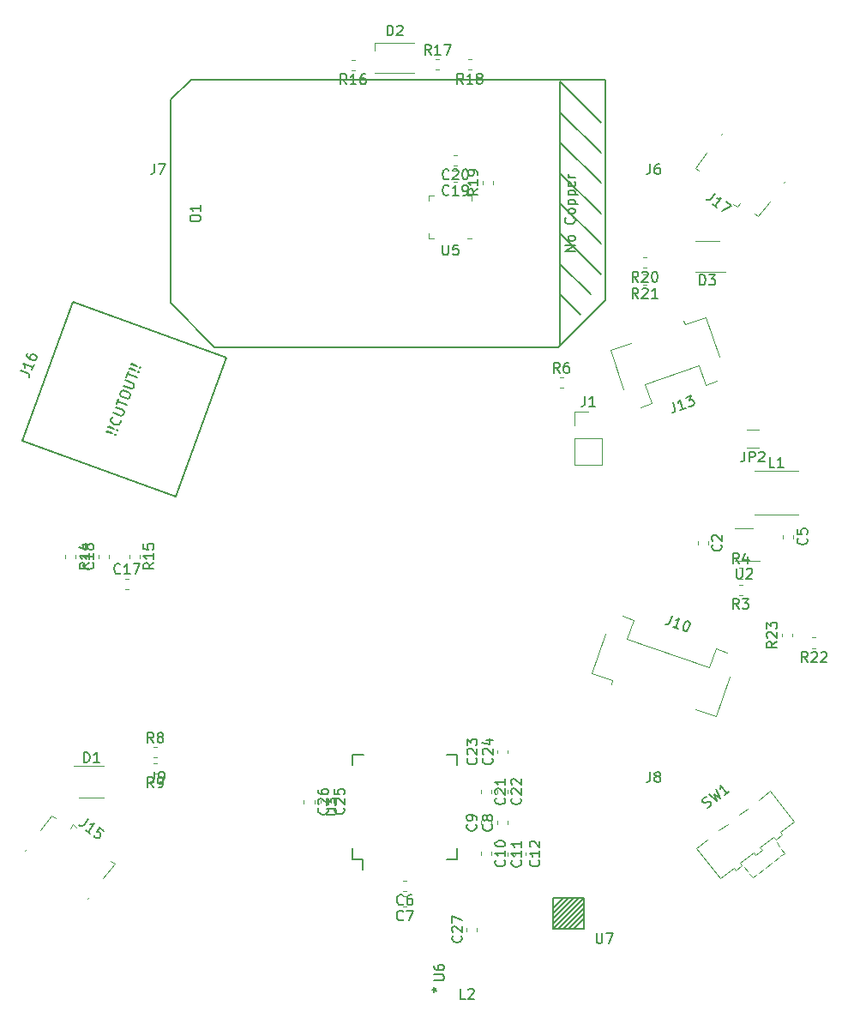
<source format=gbr>
G04 #@! TF.GenerationSoftware,KiCad,Pcbnew,6.0.0-rc1-unknown-3eb3db0~66~ubuntu18.04.1*
G04 #@! TF.CreationDate,2018-08-10T12:26:18-07:00*
G04 #@! TF.ProjectId,main_board_onion,6D61696E5F626F6172645F6F6E696F6E,rev?*
G04 #@! TF.SameCoordinates,Original*
G04 #@! TF.FileFunction,Legend,Top*
G04 #@! TF.FilePolarity,Positive*
%FSLAX46Y46*%
G04 Gerber Fmt 4.6, Leading zero omitted, Abs format (unit mm)*
G04 Created by KiCad (PCBNEW 6.0.0-rc1-unknown-3eb3db0~66~ubuntu18.04.1) date Fri Aug 10 12:26:18 2018*
%MOMM*%
%LPD*%
G01*
G04 APERTURE LIST*
%ADD10C,0.120000*%
%ADD11C,0.150000*%
G04 APERTURE END LIST*
D10*
G04 #@! TO.C,U5*
X152085800Y-63298600D02*
X151610800Y-63298600D01*
X151610800Y-63298600D02*
X151610800Y-62823600D01*
X155355800Y-59078600D02*
X155830800Y-59078600D01*
X155830800Y-59078600D02*
X155830800Y-59553600D01*
X152085800Y-59078600D02*
X151610800Y-59078600D01*
X151610800Y-59078600D02*
X151610800Y-59553600D01*
X155355800Y-63298600D02*
X155830800Y-63298600D01*
D11*
G04 #@! TO.C,J16*
X116442021Y-69591238D02*
X131571073Y-75097762D01*
X111448527Y-83310750D02*
X116442021Y-69591238D01*
X126577579Y-88817274D02*
X111448527Y-83310750D01*
X131571073Y-75097762D02*
X126577579Y-88817274D01*
D10*
G04 #@! TO.C,C2*
X178153600Y-93207621D02*
X178153600Y-93533179D01*
X179173600Y-93207621D02*
X179173600Y-93533179D01*
G04 #@! TO.C,C5*
X187606400Y-92572521D02*
X187606400Y-92898079D01*
X186586400Y-92572521D02*
X186586400Y-92898079D01*
G04 #@! TO.C,C6*
X149387679Y-127725900D02*
X149062121Y-127725900D01*
X149387679Y-126705900D02*
X149062121Y-126705900D01*
G04 #@! TO.C,C7*
X149387779Y-128255200D02*
X149062221Y-128255200D01*
X149387779Y-129275200D02*
X149062221Y-129275200D01*
G04 #@! TO.C,C8*
X159374200Y-121142979D02*
X159374200Y-120817421D01*
X158354200Y-121142979D02*
X158354200Y-120817421D01*
G04 #@! TO.C,C9*
X156779400Y-121142979D02*
X156779400Y-120817421D01*
X157799400Y-121142979D02*
X157799400Y-120817421D01*
G04 #@! TO.C,C10*
X157774000Y-123878121D02*
X157774000Y-124203679D01*
X156754000Y-123878121D02*
X156754000Y-124203679D01*
G04 #@! TO.C,C11*
X158354200Y-123903521D02*
X158354200Y-124229079D01*
X159374200Y-123903521D02*
X159374200Y-124229079D01*
G04 #@! TO.C,C12*
X161177800Y-123890821D02*
X161177800Y-124216379D01*
X160157800Y-123890821D02*
X160157800Y-124216379D01*
G04 #@! TO.C,C17*
X121617421Y-96886300D02*
X121942979Y-96886300D01*
X121617421Y-97906300D02*
X121942979Y-97906300D01*
G04 #@! TO.C,C18*
X119978900Y-94866679D02*
X119978900Y-94541121D01*
X118958900Y-94866679D02*
X118958900Y-94541121D01*
G04 #@! TO.C,C19*
X154366079Y-57675401D02*
X154040521Y-57675401D01*
X154366079Y-56655401D02*
X154040521Y-56655401D01*
G04 #@! TO.C,C20*
X154366079Y-55090600D02*
X154040521Y-55090600D01*
X154366079Y-56110600D02*
X154040521Y-56110600D01*
G04 #@! TO.C,D1*
X119462400Y-115391600D02*
X116512400Y-115391600D01*
X117062400Y-118491600D02*
X119462400Y-118491600D01*
G04 #@! TO.C,D2*
X146284400Y-44766000D02*
X146284400Y-43966000D01*
X146284400Y-43966000D02*
X150184400Y-43966000D01*
X146284400Y-46966000D02*
X150184400Y-46966000D01*
G04 #@! TO.C,D3*
X180313000Y-63516800D02*
X177913000Y-63516800D01*
X177913000Y-66616800D02*
X180863000Y-66616800D01*
G04 #@! TO.C,J1*
X166005200Y-85632600D02*
X168665200Y-85632600D01*
X166005200Y-83032600D02*
X166005200Y-85632600D01*
X168665200Y-83032600D02*
X168665200Y-85632600D01*
X166005200Y-83032600D02*
X168665200Y-83032600D01*
X166005200Y-81762600D02*
X166005200Y-80432600D01*
X166005200Y-80432600D02*
X167335200Y-80432600D01*
G04 #@! TO.C,J10*
X169022389Y-102334175D02*
X167677792Y-106239167D01*
X167677792Y-106239167D02*
X169734295Y-106947278D01*
X169734295Y-106947278D02*
X169604068Y-107325485D01*
X181285765Y-106556794D02*
X179941168Y-110461786D01*
X179941168Y-110461786D02*
X177884665Y-109753675D01*
X170695084Y-100593941D02*
X171787158Y-100969972D01*
X171787158Y-100969972D02*
X171136022Y-102861009D01*
X171136022Y-102861009D02*
X179295847Y-105670663D01*
X179295847Y-105670663D02*
X179946984Y-103779625D01*
X179946984Y-103779625D02*
X181039058Y-104155657D01*
G04 #@! TO.C,J13*
X173611836Y-79592875D02*
X172519762Y-79968907D01*
X172960700Y-77701838D02*
X173611836Y-79592875D01*
X178283969Y-75868890D02*
X172960700Y-77701838D01*
X178935106Y-77759927D02*
X178283969Y-75868890D01*
X180027180Y-77383896D02*
X178935106Y-77759927D01*
X169502470Y-74323681D02*
X171558973Y-73615570D01*
X170847067Y-78228673D02*
X169502470Y-74323681D01*
X176872787Y-71785877D02*
X176742560Y-71407670D01*
X178929290Y-71077766D02*
X176872787Y-71785877D01*
X180273887Y-74982758D02*
X178929290Y-71077766D01*
G04 #@! TO.C,J15*
X114372453Y-120265409D02*
X114729462Y-120539352D01*
X113246244Y-121733113D02*
X114372453Y-120265409D01*
X117882059Y-128504503D02*
X118034249Y-128306165D01*
X111693903Y-123756164D02*
X111846093Y-123557826D01*
X119434400Y-126481452D02*
X120560609Y-125013748D01*
X120560609Y-125013748D02*
X120203600Y-124739806D01*
X116452649Y-121168340D02*
X116809658Y-121442283D01*
X116452649Y-121168340D02*
X116178706Y-121525349D01*
G04 #@! TO.C,J17*
X182036244Y-60189337D02*
X182310187Y-59832328D01*
X182036244Y-60189337D02*
X181679235Y-59915394D01*
X177928284Y-56343929D02*
X178285293Y-56617871D01*
X179054493Y-54876225D02*
X177928284Y-56343929D01*
X186794990Y-57601513D02*
X186642800Y-57799851D01*
X180606834Y-52853174D02*
X180454644Y-53051512D01*
X185242649Y-59624564D02*
X184116440Y-61092268D01*
X184116440Y-61092268D02*
X183759431Y-60818325D01*
G04 #@! TO.C,JP2*
X184193264Y-83990400D02*
X182989136Y-83990400D01*
X184193264Y-82170400D02*
X182989136Y-82170400D01*
G04 #@! TO.C,L1*
X188065400Y-90596800D02*
X183757400Y-90596800D01*
X183757400Y-86288800D02*
X188065400Y-86288800D01*
D11*
G04 #@! TO.C,O1*
X169024000Y-47633000D02*
X169024000Y-69363000D01*
X169024000Y-69363000D02*
X164354000Y-74033000D01*
X164354000Y-74033000D02*
X130424000Y-74033000D01*
X130424000Y-74033000D02*
X126124000Y-69613000D01*
X126124000Y-69613000D02*
X126124000Y-49613000D01*
X126124000Y-49613000D02*
X128104000Y-47633000D01*
X128104000Y-47633000D02*
X169024000Y-47633000D01*
X164574000Y-73833000D02*
X164574000Y-47833000D01*
X164574000Y-47833000D02*
X168574000Y-51833000D01*
X164574000Y-50833000D02*
X168574000Y-54833000D01*
X164574000Y-53833000D02*
X168574000Y-57833000D01*
X164574000Y-56833000D02*
X168574000Y-60833000D01*
X164574000Y-59833000D02*
X168574000Y-63833000D01*
X164574000Y-62833000D02*
X168574000Y-66833000D01*
X164574000Y-66833000D02*
X164574000Y-65833000D01*
X164574000Y-65833000D02*
X167574000Y-68833000D01*
X164574000Y-68833000D02*
X166574000Y-70833000D01*
D10*
G04 #@! TO.C,R3*
X182534779Y-98503200D02*
X182209221Y-98503200D01*
X182534779Y-97483200D02*
X182209221Y-97483200D01*
G04 #@! TO.C,R4*
X182234521Y-96877600D02*
X182560079Y-96877600D01*
X182234521Y-95857600D02*
X182560079Y-95857600D01*
G04 #@! TO.C,R6*
X164530821Y-77036200D02*
X164856379Y-77036200D01*
X164530821Y-78056200D02*
X164856379Y-78056200D01*
G04 #@! TO.C,R8*
X124424221Y-114568700D02*
X124749779Y-114568700D01*
X124424221Y-113548700D02*
X124749779Y-113548700D01*
G04 #@! TO.C,R9*
X124749679Y-116143500D02*
X124424121Y-116143500D01*
X124749679Y-115123500D02*
X124424121Y-115123500D01*
G04 #@! TO.C,R14*
X115695000Y-94528521D02*
X115695000Y-94854079D01*
X116715000Y-94528521D02*
X116715000Y-94854079D01*
G04 #@! TO.C,R15*
X122032300Y-94528321D02*
X122032300Y-94853879D01*
X123052300Y-94528321D02*
X123052300Y-94853879D01*
G04 #@! TO.C,R16*
X144282279Y-45692600D02*
X143956721Y-45692600D01*
X144282279Y-46712600D02*
X143956721Y-46712600D01*
G04 #@! TO.C,R17*
X152288121Y-46661800D02*
X152613679Y-46661800D01*
X152288121Y-45641800D02*
X152613679Y-45641800D01*
G04 #@! TO.C,R18*
X155788479Y-45641800D02*
X155462921Y-45641800D01*
X155788479Y-46661800D02*
X155462921Y-46661800D01*
G04 #@! TO.C,R19*
X156919100Y-57947779D02*
X156919100Y-57622221D01*
X157939100Y-57947779D02*
X157939100Y-57622221D01*
G04 #@! TO.C,R20*
X173085879Y-66219800D02*
X172760321Y-66219800D01*
X173085879Y-65199800D02*
X172760321Y-65199800D01*
G04 #@! TO.C,R21*
X173085879Y-66825400D02*
X172760321Y-66825400D01*
X173085879Y-67845400D02*
X172760321Y-67845400D01*
G04 #@! TO.C,SW1*
X184211284Y-118718592D02*
X185321979Y-117866326D01*
X185321979Y-117866326D02*
X187635272Y-120881069D01*
X180336421Y-126481674D02*
X178023128Y-123466931D01*
X178023128Y-123466931D02*
X179133823Y-122614665D01*
X183100589Y-119570858D02*
X182227901Y-120240496D01*
X182227901Y-120240496D02*
X182227901Y-120240496D01*
X181117206Y-121092762D02*
X180244517Y-121762399D01*
X180244517Y-121762399D02*
X180244517Y-121762399D01*
X187635272Y-120881069D02*
X186286571Y-121915963D01*
X186286571Y-121915963D02*
X186469200Y-122153969D01*
X186469200Y-122153969D02*
X185834517Y-122640978D01*
X185834517Y-122640978D02*
X185651889Y-122402972D01*
X185651889Y-122402972D02*
X184303188Y-123437867D01*
X184303188Y-123437867D02*
X184485816Y-123675873D01*
X184485816Y-123675873D02*
X183851134Y-124162882D01*
X183851134Y-124162882D02*
X183668505Y-123924876D01*
X183668505Y-123924876D02*
X182319805Y-124959770D01*
X182319805Y-124959770D02*
X182502433Y-125197776D01*
X182502433Y-125197776D02*
X181867750Y-125684785D01*
X181867750Y-125684785D02*
X181685122Y-125446779D01*
X181685122Y-125446779D02*
X180336421Y-126481674D01*
X180336421Y-126481674D02*
X180336421Y-126481674D01*
X183555787Y-126406266D02*
X183251406Y-126009589D01*
X183251406Y-126009589D02*
X183251406Y-126009589D01*
X183555787Y-126406266D02*
X183952463Y-126101885D01*
X183952463Y-126101885D02*
X183952463Y-126101885D01*
X186729200Y-123971220D02*
X186332523Y-124275601D01*
X186332523Y-124275601D02*
X186332523Y-124275601D01*
X186729200Y-123971220D02*
X186424819Y-123574543D01*
X186424819Y-123574543D02*
X186424819Y-123574543D01*
X186242191Y-123336537D02*
X185937810Y-122939860D01*
X185937810Y-122939860D02*
X185937810Y-122939860D01*
X183068778Y-125771583D02*
X182764397Y-125374906D01*
X182764397Y-125374906D02*
X182764397Y-125374906D01*
X184190469Y-125919256D02*
X184587146Y-125614876D01*
X184587146Y-125614876D02*
X184587146Y-125614876D01*
X186094517Y-124458229D02*
X185697841Y-124762610D01*
X185697841Y-124762610D02*
X185697841Y-124762610D01*
X185459835Y-124945238D02*
X184825152Y-125432247D01*
X184825152Y-125432247D02*
X184825152Y-125432247D01*
G04 #@! TO.C,U2*
X183627600Y-91912800D02*
X181827600Y-91912800D01*
X181827600Y-95132800D02*
X184277600Y-95132800D01*
D11*
G04 #@! TO.C,U3*
X144050000Y-124605800D02*
X145050000Y-124605800D01*
X144050000Y-114255800D02*
X145125000Y-114255800D01*
X154400000Y-114255800D02*
X153325000Y-114255800D01*
X154400000Y-124605800D02*
X153325000Y-124605800D01*
X144050000Y-124605800D02*
X144050000Y-123530800D01*
X154400000Y-124605800D02*
X154400000Y-123530800D01*
X154400000Y-114255800D02*
X154400000Y-115330800D01*
X144050000Y-114255800D02*
X144050000Y-115330800D01*
X145050000Y-124605800D02*
X145050000Y-125630800D01*
D10*
G04 #@! TO.C,R22*
X189799179Y-103735600D02*
X189473621Y-103735600D01*
X189799179Y-102715600D02*
X189473621Y-102715600D01*
G04 #@! TO.C,R23*
X187454000Y-102626379D02*
X187454000Y-102300821D01*
X186434000Y-102626379D02*
X186434000Y-102300821D01*
G04 #@! TO.C,C21*
X156754200Y-117756721D02*
X156754200Y-118082279D01*
X157774200Y-117756721D02*
X157774200Y-118082279D01*
G04 #@! TO.C,C22*
X159348800Y-117744021D02*
X159348800Y-118069579D01*
X158328800Y-117744021D02*
X158328800Y-118069579D01*
G04 #@! TO.C,C23*
X156830300Y-114145179D02*
X156830300Y-113819621D01*
X157850300Y-114145179D02*
X157850300Y-113819621D01*
G04 #@! TO.C,C24*
X159399700Y-114145379D02*
X159399700Y-113819821D01*
X158379700Y-114145379D02*
X158379700Y-113819821D01*
G04 #@! TO.C,C25*
X141899000Y-118721921D02*
X141899000Y-119047479D01*
X140879000Y-118721921D02*
X140879000Y-119047479D01*
G04 #@! TO.C,C26*
X139266100Y-118734621D02*
X139266100Y-119060179D01*
X140286100Y-118734621D02*
X140286100Y-119060179D01*
G04 #@! TO.C,C27*
X155344400Y-131683979D02*
X155344400Y-131358421D01*
X156364400Y-131683979D02*
X156364400Y-131358421D01*
D11*
G04 #@! TO.C,U7*
X165904800Y-131446400D02*
X166904800Y-130446400D01*
X165404800Y-131446400D02*
X165904800Y-131446400D01*
X166904800Y-129946400D02*
X165404800Y-131446400D01*
X166904800Y-129446400D02*
X166904800Y-129946400D01*
X164904800Y-131446400D02*
X166904800Y-129446400D01*
X164404800Y-131446400D02*
X164904800Y-131446400D01*
X166904800Y-128946400D02*
X164404800Y-131446400D01*
X163904800Y-129446400D02*
X164904800Y-128446400D01*
X163904800Y-129946400D02*
X163904800Y-129446400D01*
X165404800Y-128446400D02*
X163904800Y-129946400D01*
X165904800Y-128446400D02*
X165404800Y-128446400D01*
X163904800Y-130446400D02*
X165904800Y-128446400D01*
X163904800Y-130946400D02*
X163904800Y-130446400D01*
X166404800Y-128446400D02*
X163904800Y-130946400D01*
X166904800Y-128446400D02*
X166404800Y-128446400D01*
X163904800Y-131446400D02*
X166904800Y-128446400D01*
X163904800Y-131446400D02*
X163904800Y-128446400D01*
X166904800Y-131446400D02*
X163904800Y-131446400D01*
X166904800Y-128446400D02*
X166904800Y-131446400D01*
X163904800Y-128446400D02*
X166904800Y-128446400D01*
G04 #@! TO.C,U5*
X152958895Y-63940980D02*
X152958895Y-64750504D01*
X153006514Y-64845742D01*
X153054133Y-64893361D01*
X153149371Y-64940980D01*
X153339847Y-64940980D01*
X153435085Y-64893361D01*
X153482704Y-64845742D01*
X153530323Y-64750504D01*
X153530323Y-63940980D01*
X154482704Y-63940980D02*
X154006514Y-63940980D01*
X153958895Y-64417171D01*
X154006514Y-64369552D01*
X154101752Y-64321933D01*
X154339847Y-64321933D01*
X154435085Y-64369552D01*
X154482704Y-64417171D01*
X154530323Y-64512409D01*
X154530323Y-64750504D01*
X154482704Y-64845742D01*
X154435085Y-64893361D01*
X154339847Y-64940980D01*
X154101752Y-64940980D01*
X154006514Y-64893361D01*
X153958895Y-64845742D01*
G04 #@! TO.C,J16*
X111321406Y-76357461D02*
X111992615Y-76601761D01*
X112110571Y-76695369D01*
X112167492Y-76817437D01*
X112163379Y-76967965D01*
X112130806Y-77057460D01*
X112603119Y-75759789D02*
X112407679Y-76296756D01*
X112505399Y-76028272D02*
X111565707Y-75686252D01*
X111667375Y-75824607D01*
X111724296Y-75946675D01*
X111736470Y-76052456D01*
X111956587Y-74612318D02*
X111891440Y-74791307D01*
X111903614Y-74897088D01*
X111932075Y-74958122D01*
X112033743Y-75096477D01*
X112196445Y-75206371D01*
X112554424Y-75336664D01*
X112660205Y-75324490D01*
X112721239Y-75296029D01*
X112798559Y-75222822D01*
X112863706Y-75043833D01*
X112851532Y-74938051D01*
X112823071Y-74877017D01*
X112749864Y-74799697D01*
X112526127Y-74718263D01*
X112420346Y-74730437D01*
X112359312Y-74758898D01*
X112281992Y-74832106D01*
X112216845Y-75011095D01*
X112229019Y-75116876D01*
X112257479Y-75177910D01*
X112330687Y-75255231D01*
X120632047Y-82660077D02*
X120693081Y-82631616D01*
X120721541Y-82692650D01*
X120660507Y-82721111D01*
X120632047Y-82660077D01*
X120721541Y-82692650D01*
X120363563Y-82562357D02*
X119810309Y-82411664D01*
X119781849Y-82350630D01*
X119842883Y-82322170D01*
X120363563Y-82562357D01*
X119781849Y-82350630D01*
X120794914Y-82212604D02*
X120855948Y-82184144D01*
X120884408Y-82245178D01*
X120823374Y-82273638D01*
X120794914Y-82212604D01*
X120884408Y-82245178D01*
X120526430Y-82114884D02*
X119973176Y-81964191D01*
X119944715Y-81903158D01*
X120005749Y-81874697D01*
X120526430Y-82114884D01*
X119944715Y-81903158D01*
X121153220Y-81228164D02*
X121181681Y-81289198D01*
X121177568Y-81439727D01*
X121144995Y-81529221D01*
X121051388Y-81647177D01*
X120929320Y-81704098D01*
X120823538Y-81716272D01*
X120628263Y-81695872D01*
X120494021Y-81647012D01*
X120331319Y-81537118D01*
X120258111Y-81459798D01*
X120201190Y-81337730D01*
X120205302Y-81187201D01*
X120237876Y-81097707D01*
X120331483Y-80979752D01*
X120392517Y-80951291D01*
X120449602Y-80515992D02*
X121210306Y-80792866D01*
X121316087Y-80780692D01*
X121377121Y-80752231D01*
X121454442Y-80679023D01*
X121519588Y-80500034D01*
X121507414Y-80394253D01*
X121478954Y-80333219D01*
X121405746Y-80255898D01*
X120645042Y-79979025D01*
X120759049Y-79665794D02*
X120954489Y-79128827D01*
X121796462Y-79739331D02*
X120856769Y-79397311D01*
X121133643Y-78636607D02*
X121198789Y-78457618D01*
X121276110Y-78384410D01*
X121398178Y-78327489D01*
X121593454Y-78347888D01*
X121906684Y-78461895D01*
X122069387Y-78571789D01*
X122126308Y-78693857D01*
X122138482Y-78799638D01*
X122073335Y-78978627D01*
X121996015Y-79051835D01*
X121873947Y-79108756D01*
X121678671Y-79088357D01*
X121365440Y-78974350D01*
X121202738Y-78864456D01*
X121145817Y-78742388D01*
X121133643Y-78636607D01*
X121426803Y-77831156D02*
X122187506Y-78108030D01*
X122293288Y-78095856D01*
X122354321Y-78067395D01*
X122431642Y-77994187D01*
X122496789Y-77815198D01*
X122484615Y-77709417D01*
X122456154Y-77648383D01*
X122382946Y-77571062D01*
X121622243Y-77294189D01*
X121736250Y-76980958D02*
X121931690Y-76443991D01*
X122773662Y-77054495D02*
X121833970Y-76712474D01*
X122895894Y-76440207D02*
X122956928Y-76411746D01*
X122985389Y-76472780D01*
X122924355Y-76501241D01*
X122895894Y-76440207D01*
X122985389Y-76472780D01*
X122627411Y-76342487D02*
X122074157Y-76191794D01*
X122045696Y-76130760D01*
X122106730Y-76102299D01*
X122627411Y-76342487D01*
X122045696Y-76130760D01*
X123058761Y-75992734D02*
X123119795Y-75964274D01*
X123148256Y-76025307D01*
X123087222Y-76053768D01*
X123058761Y-75992734D01*
X123148256Y-76025307D01*
X122790278Y-75895014D02*
X122237024Y-75744321D01*
X122208563Y-75683287D01*
X122269597Y-75654827D01*
X122790278Y-75895014D01*
X122208563Y-75683287D01*
X120632047Y-82660077D02*
X120693081Y-82631616D01*
X120721541Y-82692650D01*
X120660507Y-82721111D01*
X120632047Y-82660077D01*
X120721541Y-82692650D01*
X120363563Y-82562357D02*
X119810309Y-82411664D01*
X119781849Y-82350630D01*
X119842883Y-82322170D01*
X120363563Y-82562357D01*
X119781849Y-82350630D01*
X120794914Y-82212604D02*
X120855948Y-82184144D01*
X120884408Y-82245178D01*
X120823374Y-82273638D01*
X120794914Y-82212604D01*
X120884408Y-82245178D01*
X120526430Y-82114884D02*
X119973176Y-81964191D01*
X119944715Y-81903158D01*
X120005749Y-81874697D01*
X120526430Y-82114884D01*
X119944715Y-81903158D01*
X121153220Y-81228164D02*
X121181681Y-81289198D01*
X121177568Y-81439727D01*
X121144995Y-81529221D01*
X121051388Y-81647177D01*
X120929320Y-81704098D01*
X120823538Y-81716272D01*
X120628263Y-81695872D01*
X120494021Y-81647012D01*
X120331319Y-81537118D01*
X120258111Y-81459798D01*
X120201190Y-81337730D01*
X120205302Y-81187201D01*
X120237876Y-81097707D01*
X120331483Y-80979752D01*
X120392517Y-80951291D01*
X120449602Y-80515992D02*
X121210306Y-80792866D01*
X121316087Y-80780692D01*
X121377121Y-80752231D01*
X121454442Y-80679023D01*
X121519588Y-80500034D01*
X121507414Y-80394253D01*
X121478954Y-80333219D01*
X121405746Y-80255898D01*
X120645042Y-79979025D01*
X120759049Y-79665794D02*
X120954489Y-79128827D01*
X121796462Y-79739331D02*
X120856769Y-79397311D01*
X121133643Y-78636607D02*
X121198789Y-78457618D01*
X121276110Y-78384410D01*
X121398178Y-78327489D01*
X121593454Y-78347888D01*
X121906684Y-78461895D01*
X122069387Y-78571789D01*
X122126308Y-78693857D01*
X122138482Y-78799638D01*
X122073335Y-78978627D01*
X121996015Y-79051835D01*
X121873947Y-79108756D01*
X121678671Y-79088357D01*
X121365440Y-78974350D01*
X121202738Y-78864456D01*
X121145817Y-78742388D01*
X121133643Y-78636607D01*
X121426803Y-77831156D02*
X122187506Y-78108030D01*
X122293288Y-78095856D01*
X122354321Y-78067395D01*
X122431642Y-77994187D01*
X122496789Y-77815198D01*
X122484615Y-77709417D01*
X122456154Y-77648383D01*
X122382946Y-77571062D01*
X121622243Y-77294189D01*
X121736250Y-76980958D02*
X121931690Y-76443991D01*
X122773662Y-77054495D02*
X121833970Y-76712474D01*
X122895894Y-76440207D02*
X122956928Y-76411746D01*
X122985389Y-76472780D01*
X122924355Y-76501241D01*
X122895894Y-76440207D01*
X122985389Y-76472780D01*
X122627411Y-76342487D02*
X122074157Y-76191794D01*
X122045696Y-76130760D01*
X122106730Y-76102299D01*
X122627411Y-76342487D01*
X122045696Y-76130760D01*
X123058761Y-75992734D02*
X123119795Y-75964274D01*
X123148256Y-76025307D01*
X123087222Y-76053768D01*
X123058761Y-75992734D01*
X123148256Y-76025307D01*
X122790278Y-75895014D02*
X122237024Y-75744321D01*
X122208563Y-75683287D01*
X122269597Y-75654827D01*
X122790278Y-75895014D01*
X122208563Y-75683287D01*
G04 #@! TO.C,C2*
X180450742Y-93537066D02*
X180498361Y-93584685D01*
X180545980Y-93727542D01*
X180545980Y-93822780D01*
X180498361Y-93965638D01*
X180403123Y-94060876D01*
X180307885Y-94108495D01*
X180117409Y-94156114D01*
X179974552Y-94156114D01*
X179784076Y-94108495D01*
X179688838Y-94060876D01*
X179593600Y-93965638D01*
X179545980Y-93822780D01*
X179545980Y-93727542D01*
X179593600Y-93584685D01*
X179641219Y-93537066D01*
X179641219Y-93156114D02*
X179593600Y-93108495D01*
X179545980Y-93013257D01*
X179545980Y-92775161D01*
X179593600Y-92679923D01*
X179641219Y-92632304D01*
X179736457Y-92584685D01*
X179831695Y-92584685D01*
X179974552Y-92632304D01*
X180545980Y-93203733D01*
X180545980Y-92584685D01*
G04 #@! TO.C,C5*
X188883542Y-92901966D02*
X188931161Y-92949585D01*
X188978780Y-93092442D01*
X188978780Y-93187680D01*
X188931161Y-93330538D01*
X188835923Y-93425776D01*
X188740685Y-93473395D01*
X188550209Y-93521014D01*
X188407352Y-93521014D01*
X188216876Y-93473395D01*
X188121638Y-93425776D01*
X188026400Y-93330538D01*
X187978780Y-93187680D01*
X187978780Y-93092442D01*
X188026400Y-92949585D01*
X188074019Y-92901966D01*
X187978780Y-91997204D02*
X187978780Y-92473395D01*
X188454971Y-92521014D01*
X188407352Y-92473395D01*
X188359733Y-92378157D01*
X188359733Y-92140061D01*
X188407352Y-92044823D01*
X188454971Y-91997204D01*
X188550209Y-91949585D01*
X188788304Y-91949585D01*
X188883542Y-91997204D01*
X188931161Y-92044823D01*
X188978780Y-92140061D01*
X188978780Y-92378157D01*
X188931161Y-92473395D01*
X188883542Y-92521014D01*
G04 #@! TO.C,C6*
X149058233Y-129003042D02*
X149010614Y-129050661D01*
X148867757Y-129098280D01*
X148772519Y-129098280D01*
X148629661Y-129050661D01*
X148534423Y-128955423D01*
X148486804Y-128860185D01*
X148439185Y-128669709D01*
X148439185Y-128526852D01*
X148486804Y-128336376D01*
X148534423Y-128241138D01*
X148629661Y-128145900D01*
X148772519Y-128098280D01*
X148867757Y-128098280D01*
X149010614Y-128145900D01*
X149058233Y-128193519D01*
X149915376Y-128098280D02*
X149724900Y-128098280D01*
X149629661Y-128145900D01*
X149582042Y-128193519D01*
X149486804Y-128336376D01*
X149439185Y-128526852D01*
X149439185Y-128907804D01*
X149486804Y-129003042D01*
X149534423Y-129050661D01*
X149629661Y-129098280D01*
X149820138Y-129098280D01*
X149915376Y-129050661D01*
X149962995Y-129003042D01*
X150010614Y-128907804D01*
X150010614Y-128669709D01*
X149962995Y-128574471D01*
X149915376Y-128526852D01*
X149820138Y-128479233D01*
X149629661Y-128479233D01*
X149534423Y-128526852D01*
X149486804Y-128574471D01*
X149439185Y-128669709D01*
G04 #@! TO.C,C7*
X149058333Y-130552342D02*
X149010714Y-130599961D01*
X148867857Y-130647580D01*
X148772619Y-130647580D01*
X148629761Y-130599961D01*
X148534523Y-130504723D01*
X148486904Y-130409485D01*
X148439285Y-130219009D01*
X148439285Y-130076152D01*
X148486904Y-129885676D01*
X148534523Y-129790438D01*
X148629761Y-129695200D01*
X148772619Y-129647580D01*
X148867857Y-129647580D01*
X149010714Y-129695200D01*
X149058333Y-129742819D01*
X149391666Y-129647580D02*
X150058333Y-129647580D01*
X149629761Y-130647580D01*
G04 #@! TO.C,C8*
X157791342Y-121146866D02*
X157838961Y-121194485D01*
X157886580Y-121337342D01*
X157886580Y-121432580D01*
X157838961Y-121575438D01*
X157743723Y-121670676D01*
X157648485Y-121718295D01*
X157458009Y-121765914D01*
X157315152Y-121765914D01*
X157124676Y-121718295D01*
X157029438Y-121670676D01*
X156934200Y-121575438D01*
X156886580Y-121432580D01*
X156886580Y-121337342D01*
X156934200Y-121194485D01*
X156981819Y-121146866D01*
X157315152Y-120575438D02*
X157267533Y-120670676D01*
X157219914Y-120718295D01*
X157124676Y-120765914D01*
X157077057Y-120765914D01*
X156981819Y-120718295D01*
X156934200Y-120670676D01*
X156886580Y-120575438D01*
X156886580Y-120384961D01*
X156934200Y-120289723D01*
X156981819Y-120242104D01*
X157077057Y-120194485D01*
X157124676Y-120194485D01*
X157219914Y-120242104D01*
X157267533Y-120289723D01*
X157315152Y-120384961D01*
X157315152Y-120575438D01*
X157362771Y-120670676D01*
X157410390Y-120718295D01*
X157505628Y-120765914D01*
X157696104Y-120765914D01*
X157791342Y-120718295D01*
X157838961Y-120670676D01*
X157886580Y-120575438D01*
X157886580Y-120384961D01*
X157838961Y-120289723D01*
X157791342Y-120242104D01*
X157696104Y-120194485D01*
X157505628Y-120194485D01*
X157410390Y-120242104D01*
X157362771Y-120289723D01*
X157315152Y-120384961D01*
G04 #@! TO.C,C9*
X156216542Y-121146866D02*
X156264161Y-121194485D01*
X156311780Y-121337342D01*
X156311780Y-121432580D01*
X156264161Y-121575438D01*
X156168923Y-121670676D01*
X156073685Y-121718295D01*
X155883209Y-121765914D01*
X155740352Y-121765914D01*
X155549876Y-121718295D01*
X155454638Y-121670676D01*
X155359400Y-121575438D01*
X155311780Y-121432580D01*
X155311780Y-121337342D01*
X155359400Y-121194485D01*
X155407019Y-121146866D01*
X156311780Y-120670676D02*
X156311780Y-120480200D01*
X156264161Y-120384961D01*
X156216542Y-120337342D01*
X156073685Y-120242104D01*
X155883209Y-120194485D01*
X155502257Y-120194485D01*
X155407019Y-120242104D01*
X155359400Y-120289723D01*
X155311780Y-120384961D01*
X155311780Y-120575438D01*
X155359400Y-120670676D01*
X155407019Y-120718295D01*
X155502257Y-120765914D01*
X155740352Y-120765914D01*
X155835590Y-120718295D01*
X155883209Y-120670676D01*
X155930828Y-120575438D01*
X155930828Y-120384961D01*
X155883209Y-120289723D01*
X155835590Y-120242104D01*
X155740352Y-120194485D01*
G04 #@! TO.C,C10*
X159051142Y-124683757D02*
X159098761Y-124731376D01*
X159146380Y-124874233D01*
X159146380Y-124969471D01*
X159098761Y-125112328D01*
X159003523Y-125207566D01*
X158908285Y-125255185D01*
X158717809Y-125302804D01*
X158574952Y-125302804D01*
X158384476Y-125255185D01*
X158289238Y-125207566D01*
X158194000Y-125112328D01*
X158146380Y-124969471D01*
X158146380Y-124874233D01*
X158194000Y-124731376D01*
X158241619Y-124683757D01*
X159146380Y-123731376D02*
X159146380Y-124302804D01*
X159146380Y-124017090D02*
X158146380Y-124017090D01*
X158289238Y-124112328D01*
X158384476Y-124207566D01*
X158432095Y-124302804D01*
X158146380Y-123112328D02*
X158146380Y-123017090D01*
X158194000Y-122921852D01*
X158241619Y-122874233D01*
X158336857Y-122826614D01*
X158527333Y-122778995D01*
X158765428Y-122778995D01*
X158955904Y-122826614D01*
X159051142Y-122874233D01*
X159098761Y-122921852D01*
X159146380Y-123017090D01*
X159146380Y-123112328D01*
X159098761Y-123207566D01*
X159051142Y-123255185D01*
X158955904Y-123302804D01*
X158765428Y-123350423D01*
X158527333Y-123350423D01*
X158336857Y-123302804D01*
X158241619Y-123255185D01*
X158194000Y-123207566D01*
X158146380Y-123112328D01*
G04 #@! TO.C,C11*
X160651342Y-124709157D02*
X160698961Y-124756776D01*
X160746580Y-124899633D01*
X160746580Y-124994871D01*
X160698961Y-125137728D01*
X160603723Y-125232966D01*
X160508485Y-125280585D01*
X160318009Y-125328204D01*
X160175152Y-125328204D01*
X159984676Y-125280585D01*
X159889438Y-125232966D01*
X159794200Y-125137728D01*
X159746580Y-124994871D01*
X159746580Y-124899633D01*
X159794200Y-124756776D01*
X159841819Y-124709157D01*
X160746580Y-123756776D02*
X160746580Y-124328204D01*
X160746580Y-124042490D02*
X159746580Y-124042490D01*
X159889438Y-124137728D01*
X159984676Y-124232966D01*
X160032295Y-124328204D01*
X160746580Y-122804395D02*
X160746580Y-123375823D01*
X160746580Y-123090109D02*
X159746580Y-123090109D01*
X159889438Y-123185347D01*
X159984676Y-123280585D01*
X160032295Y-123375823D01*
G04 #@! TO.C,C12*
X162454942Y-124696457D02*
X162502561Y-124744076D01*
X162550180Y-124886933D01*
X162550180Y-124982171D01*
X162502561Y-125125028D01*
X162407323Y-125220266D01*
X162312085Y-125267885D01*
X162121609Y-125315504D01*
X161978752Y-125315504D01*
X161788276Y-125267885D01*
X161693038Y-125220266D01*
X161597800Y-125125028D01*
X161550180Y-124982171D01*
X161550180Y-124886933D01*
X161597800Y-124744076D01*
X161645419Y-124696457D01*
X162550180Y-123744076D02*
X162550180Y-124315504D01*
X162550180Y-124029790D02*
X161550180Y-124029790D01*
X161693038Y-124125028D01*
X161788276Y-124220266D01*
X161835895Y-124315504D01*
X161645419Y-123363123D02*
X161597800Y-123315504D01*
X161550180Y-123220266D01*
X161550180Y-122982171D01*
X161597800Y-122886933D01*
X161645419Y-122839314D01*
X161740657Y-122791695D01*
X161835895Y-122791695D01*
X161978752Y-122839314D01*
X162550180Y-123410742D01*
X162550180Y-122791695D01*
G04 #@! TO.C,C17*
X121137342Y-96323442D02*
X121089723Y-96371061D01*
X120946866Y-96418680D01*
X120851628Y-96418680D01*
X120708771Y-96371061D01*
X120613533Y-96275823D01*
X120565914Y-96180585D01*
X120518295Y-95990109D01*
X120518295Y-95847252D01*
X120565914Y-95656776D01*
X120613533Y-95561538D01*
X120708771Y-95466300D01*
X120851628Y-95418680D01*
X120946866Y-95418680D01*
X121089723Y-95466300D01*
X121137342Y-95513919D01*
X122089723Y-96418680D02*
X121518295Y-96418680D01*
X121804009Y-96418680D02*
X121804009Y-95418680D01*
X121708771Y-95561538D01*
X121613533Y-95656776D01*
X121518295Y-95704395D01*
X122423057Y-95418680D02*
X123089723Y-95418680D01*
X122661152Y-96418680D01*
G04 #@! TO.C,C18*
X118396042Y-95346757D02*
X118443661Y-95394376D01*
X118491280Y-95537233D01*
X118491280Y-95632471D01*
X118443661Y-95775328D01*
X118348423Y-95870566D01*
X118253185Y-95918185D01*
X118062709Y-95965804D01*
X117919852Y-95965804D01*
X117729376Y-95918185D01*
X117634138Y-95870566D01*
X117538900Y-95775328D01*
X117491280Y-95632471D01*
X117491280Y-95537233D01*
X117538900Y-95394376D01*
X117586519Y-95346757D01*
X118491280Y-94394376D02*
X118491280Y-94965804D01*
X118491280Y-94680090D02*
X117491280Y-94680090D01*
X117634138Y-94775328D01*
X117729376Y-94870566D01*
X117776995Y-94965804D01*
X117919852Y-93822947D02*
X117872233Y-93918185D01*
X117824614Y-93965804D01*
X117729376Y-94013423D01*
X117681757Y-94013423D01*
X117586519Y-93965804D01*
X117538900Y-93918185D01*
X117491280Y-93822947D01*
X117491280Y-93632471D01*
X117538900Y-93537233D01*
X117586519Y-93489614D01*
X117681757Y-93441995D01*
X117729376Y-93441995D01*
X117824614Y-93489614D01*
X117872233Y-93537233D01*
X117919852Y-93632471D01*
X117919852Y-93822947D01*
X117967471Y-93918185D01*
X118015090Y-93965804D01*
X118110328Y-94013423D01*
X118300804Y-94013423D01*
X118396042Y-93965804D01*
X118443661Y-93918185D01*
X118491280Y-93822947D01*
X118491280Y-93632471D01*
X118443661Y-93537233D01*
X118396042Y-93489614D01*
X118300804Y-93441995D01*
X118110328Y-93441995D01*
X118015090Y-93489614D01*
X117967471Y-93537233D01*
X117919852Y-93632471D01*
G04 #@! TO.C,C19*
X153560442Y-58952543D02*
X153512823Y-59000162D01*
X153369966Y-59047781D01*
X153274728Y-59047781D01*
X153131871Y-59000162D01*
X153036633Y-58904924D01*
X152989014Y-58809686D01*
X152941395Y-58619210D01*
X152941395Y-58476353D01*
X152989014Y-58285877D01*
X153036633Y-58190639D01*
X153131871Y-58095401D01*
X153274728Y-58047781D01*
X153369966Y-58047781D01*
X153512823Y-58095401D01*
X153560442Y-58143020D01*
X154512823Y-59047781D02*
X153941395Y-59047781D01*
X154227109Y-59047781D02*
X154227109Y-58047781D01*
X154131871Y-58190639D01*
X154036633Y-58285877D01*
X153941395Y-58333496D01*
X154989014Y-59047781D02*
X155179490Y-59047781D01*
X155274728Y-59000162D01*
X155322347Y-58952543D01*
X155417585Y-58809686D01*
X155465204Y-58619210D01*
X155465204Y-58238258D01*
X155417585Y-58143020D01*
X155369966Y-58095401D01*
X155274728Y-58047781D01*
X155084252Y-58047781D01*
X154989014Y-58095401D01*
X154941395Y-58143020D01*
X154893776Y-58238258D01*
X154893776Y-58476353D01*
X154941395Y-58571591D01*
X154989014Y-58619210D01*
X155084252Y-58666829D01*
X155274728Y-58666829D01*
X155369966Y-58619210D01*
X155417585Y-58571591D01*
X155465204Y-58476353D01*
G04 #@! TO.C,C20*
X153560442Y-57387742D02*
X153512823Y-57435361D01*
X153369966Y-57482980D01*
X153274728Y-57482980D01*
X153131871Y-57435361D01*
X153036633Y-57340123D01*
X152989014Y-57244885D01*
X152941395Y-57054409D01*
X152941395Y-56911552D01*
X152989014Y-56721076D01*
X153036633Y-56625838D01*
X153131871Y-56530600D01*
X153274728Y-56482980D01*
X153369966Y-56482980D01*
X153512823Y-56530600D01*
X153560442Y-56578219D01*
X153941395Y-56578219D02*
X153989014Y-56530600D01*
X154084252Y-56482980D01*
X154322347Y-56482980D01*
X154417585Y-56530600D01*
X154465204Y-56578219D01*
X154512823Y-56673457D01*
X154512823Y-56768695D01*
X154465204Y-56911552D01*
X153893776Y-57482980D01*
X154512823Y-57482980D01*
X155131871Y-56482980D02*
X155227109Y-56482980D01*
X155322347Y-56530600D01*
X155369966Y-56578219D01*
X155417585Y-56673457D01*
X155465204Y-56863933D01*
X155465204Y-57102028D01*
X155417585Y-57292504D01*
X155369966Y-57387742D01*
X155322347Y-57435361D01*
X155227109Y-57482980D01*
X155131871Y-57482980D01*
X155036633Y-57435361D01*
X154989014Y-57387742D01*
X154941395Y-57292504D01*
X154893776Y-57102028D01*
X154893776Y-56863933D01*
X154941395Y-56673457D01*
X154989014Y-56578219D01*
X155036633Y-56530600D01*
X155131871Y-56482980D01*
G04 #@! TO.C,D1*
X117544304Y-115013980D02*
X117544304Y-114013980D01*
X117782400Y-114013980D01*
X117925257Y-114061600D01*
X118020495Y-114156838D01*
X118068114Y-114252076D01*
X118115733Y-114442552D01*
X118115733Y-114585409D01*
X118068114Y-114775885D01*
X118020495Y-114871123D01*
X117925257Y-114966361D01*
X117782400Y-115013980D01*
X117544304Y-115013980D01*
X119068114Y-115013980D02*
X118496685Y-115013980D01*
X118782400Y-115013980D02*
X118782400Y-114013980D01*
X118687161Y-114156838D01*
X118591923Y-114252076D01*
X118496685Y-114299695D01*
G04 #@! TO.C,D2*
X147496304Y-43268380D02*
X147496304Y-42268380D01*
X147734400Y-42268380D01*
X147877257Y-42316000D01*
X147972495Y-42411238D01*
X148020114Y-42506476D01*
X148067733Y-42696952D01*
X148067733Y-42839809D01*
X148020114Y-43030285D01*
X147972495Y-43125523D01*
X147877257Y-43220761D01*
X147734400Y-43268380D01*
X147496304Y-43268380D01*
X148448685Y-42363619D02*
X148496304Y-42316000D01*
X148591542Y-42268380D01*
X148829638Y-42268380D01*
X148924876Y-42316000D01*
X148972495Y-42363619D01*
X149020114Y-42458857D01*
X149020114Y-42554095D01*
X148972495Y-42696952D01*
X148401066Y-43268380D01*
X149020114Y-43268380D01*
G04 #@! TO.C,D3*
X178354904Y-67899180D02*
X178354904Y-66899180D01*
X178593000Y-66899180D01*
X178735857Y-66946800D01*
X178831095Y-67042038D01*
X178878714Y-67137276D01*
X178926333Y-67327752D01*
X178926333Y-67470609D01*
X178878714Y-67661085D01*
X178831095Y-67756323D01*
X178735857Y-67851561D01*
X178593000Y-67899180D01*
X178354904Y-67899180D01*
X179259666Y-66899180D02*
X179878714Y-66899180D01*
X179545380Y-67280133D01*
X179688238Y-67280133D01*
X179783476Y-67327752D01*
X179831095Y-67375371D01*
X179878714Y-67470609D01*
X179878714Y-67708704D01*
X179831095Y-67803942D01*
X179783476Y-67851561D01*
X179688238Y-67899180D01*
X179402523Y-67899180D01*
X179307285Y-67851561D01*
X179259666Y-67803942D01*
G04 #@! TO.C,J1*
X167001866Y-78884980D02*
X167001866Y-79599266D01*
X166954247Y-79742123D01*
X166859009Y-79837361D01*
X166716152Y-79884980D01*
X166620914Y-79884980D01*
X168001866Y-79884980D02*
X167430438Y-79884980D01*
X167716152Y-79884980D02*
X167716152Y-78884980D01*
X167620914Y-79027838D01*
X167525676Y-79123076D01*
X167430438Y-79170695D01*
G04 #@! TO.C,J6*
X173466166Y-55958380D02*
X173466166Y-56672666D01*
X173418547Y-56815523D01*
X173323309Y-56910761D01*
X173180452Y-56958380D01*
X173085214Y-56958380D01*
X174370928Y-55958380D02*
X174180452Y-55958380D01*
X174085214Y-56006000D01*
X174037595Y-56053619D01*
X173942357Y-56196476D01*
X173894738Y-56386952D01*
X173894738Y-56767904D01*
X173942357Y-56863142D01*
X173989976Y-56910761D01*
X174085214Y-56958380D01*
X174275690Y-56958380D01*
X174370928Y-56910761D01*
X174418547Y-56863142D01*
X174466166Y-56767904D01*
X174466166Y-56529809D01*
X174418547Y-56434571D01*
X174370928Y-56386952D01*
X174275690Y-56339333D01*
X174085214Y-56339333D01*
X173989976Y-56386952D01*
X173942357Y-56434571D01*
X173894738Y-56529809D01*
G04 #@! TO.C,J7*
X124507666Y-55958380D02*
X124507666Y-56672666D01*
X124460047Y-56815523D01*
X124364809Y-56910761D01*
X124221952Y-56958380D01*
X124126714Y-56958380D01*
X124888619Y-55958380D02*
X125555285Y-55958380D01*
X125126714Y-56958380D01*
G04 #@! TO.C,J8*
X173466166Y-115965880D02*
X173466166Y-116680166D01*
X173418547Y-116823023D01*
X173323309Y-116918261D01*
X173180452Y-116965880D01*
X173085214Y-116965880D01*
X174085214Y-116394452D02*
X173989976Y-116346833D01*
X173942357Y-116299214D01*
X173894738Y-116203976D01*
X173894738Y-116156357D01*
X173942357Y-116061119D01*
X173989976Y-116013500D01*
X174085214Y-115965880D01*
X174275690Y-115965880D01*
X174370928Y-116013500D01*
X174418547Y-116061119D01*
X174466166Y-116156357D01*
X174466166Y-116203976D01*
X174418547Y-116299214D01*
X174370928Y-116346833D01*
X174275690Y-116394452D01*
X174085214Y-116394452D01*
X173989976Y-116442071D01*
X173942357Y-116489690D01*
X173894738Y-116584928D01*
X173894738Y-116775404D01*
X173942357Y-116870642D01*
X173989976Y-116918261D01*
X174085214Y-116965880D01*
X174275690Y-116965880D01*
X174370928Y-116918261D01*
X174418547Y-116870642D01*
X174466166Y-116775404D01*
X174466166Y-116584928D01*
X174418547Y-116489690D01*
X174370928Y-116442071D01*
X174275690Y-116394452D01*
G04 #@! TO.C,J9*
X124482266Y-115953180D02*
X124482266Y-116667466D01*
X124434647Y-116810323D01*
X124339409Y-116905561D01*
X124196552Y-116953180D01*
X124101314Y-116953180D01*
X125006076Y-116953180D02*
X125196552Y-116953180D01*
X125291790Y-116905561D01*
X125339409Y-116857942D01*
X125434647Y-116715085D01*
X125482266Y-116524609D01*
X125482266Y-116143657D01*
X125434647Y-116048419D01*
X125387028Y-116000800D01*
X125291790Y-115953180D01*
X125101314Y-115953180D01*
X125006076Y-116000800D01*
X124958457Y-116048419D01*
X124910838Y-116143657D01*
X124910838Y-116381752D01*
X124958457Y-116476990D01*
X125006076Y-116524609D01*
X125101314Y-116572228D01*
X125291790Y-116572228D01*
X125387028Y-116524609D01*
X125434647Y-116476990D01*
X125482266Y-116381752D01*
G04 #@! TO.C,J10*
X175636435Y-100558116D02*
X175403886Y-101233487D01*
X175312352Y-101353058D01*
X175191296Y-101412100D01*
X175040719Y-101410615D01*
X174950669Y-101379609D01*
X176256385Y-101829203D02*
X175716089Y-101643164D01*
X175986237Y-101736184D02*
X176311805Y-100790665D01*
X176175246Y-100894733D01*
X176054190Y-100953776D01*
X175948638Y-100967794D01*
X177167275Y-101085227D02*
X177257324Y-101116233D01*
X177331870Y-101192264D01*
X177361392Y-101252792D01*
X177375410Y-101358345D01*
X177358422Y-101553947D01*
X177280905Y-101779070D01*
X177173868Y-101943666D01*
X177097836Y-102018212D01*
X177037308Y-102047734D01*
X176931756Y-102061752D01*
X176841706Y-102030745D01*
X176767160Y-101954714D01*
X176737639Y-101894186D01*
X176723621Y-101788634D01*
X176740609Y-101593031D01*
X176818125Y-101367908D01*
X176925163Y-101203312D01*
X177001194Y-101128766D01*
X177061722Y-101099245D01*
X177167275Y-101085227D01*
G04 #@! TO.C,J13*
X175686260Y-79457515D02*
X175918809Y-80132885D01*
X175920294Y-80283462D01*
X175861251Y-80404518D01*
X175741680Y-80496053D01*
X175651631Y-80527059D01*
X176957347Y-80077465D02*
X176417051Y-80263504D01*
X176687199Y-80170485D02*
X176361631Y-79224966D01*
X176318091Y-79391047D01*
X176259048Y-79512102D01*
X176184502Y-79588134D01*
X176946952Y-79023424D02*
X177532273Y-78821882D01*
X177341126Y-79290602D01*
X177476200Y-79244092D01*
X177581753Y-79258110D01*
X177642281Y-79287632D01*
X177718312Y-79362178D01*
X177795828Y-79587301D01*
X177781810Y-79692854D01*
X177752288Y-79753382D01*
X177677742Y-79829413D01*
X177407594Y-79922433D01*
X177302041Y-79908414D01*
X177241513Y-79878893D01*
G04 #@! TO.C,J15*
X117979489Y-120641289D02*
X117544660Y-121207970D01*
X117419915Y-121292318D01*
X117286380Y-121309898D01*
X117144056Y-121260711D01*
X117068498Y-121202733D01*
X118164081Y-122043404D02*
X117710737Y-121695540D01*
X117937409Y-121869472D02*
X118546170Y-121076119D01*
X118383647Y-121131478D01*
X118250112Y-121149058D01*
X118145566Y-121128859D01*
X119490639Y-121800835D02*
X119112851Y-121510948D01*
X118785186Y-121859747D01*
X118851954Y-121850957D01*
X118956500Y-121871156D01*
X119145393Y-122016099D01*
X119191962Y-122111855D01*
X119200752Y-122178622D01*
X119180554Y-122283168D01*
X119035611Y-122472062D01*
X118939855Y-122518631D01*
X118873087Y-122527421D01*
X118768541Y-122507222D01*
X118579647Y-122362279D01*
X118533079Y-122266523D01*
X118524288Y-122199756D01*
G04 #@! TO.C,J17*
X179891664Y-58861862D02*
X179456835Y-59428543D01*
X179332090Y-59512891D01*
X179198555Y-59530471D01*
X179056231Y-59481284D01*
X178980673Y-59423306D01*
X180076256Y-60263977D02*
X179622912Y-59916113D01*
X179849584Y-60090045D02*
X180458345Y-59296692D01*
X180295822Y-59352051D01*
X180162287Y-59369631D01*
X180057741Y-59349432D01*
X180949469Y-59673544D02*
X181478371Y-60079385D01*
X180529601Y-60611841D01*
G04 #@! TO.C,JP2*
X182757866Y-84352780D02*
X182757866Y-85067066D01*
X182710247Y-85209923D01*
X182615009Y-85305161D01*
X182472152Y-85352780D01*
X182376914Y-85352780D01*
X183234057Y-85352780D02*
X183234057Y-84352780D01*
X183615009Y-84352780D01*
X183710247Y-84400400D01*
X183757866Y-84448019D01*
X183805485Y-84543257D01*
X183805485Y-84686114D01*
X183757866Y-84781352D01*
X183710247Y-84828971D01*
X183615009Y-84876590D01*
X183234057Y-84876590D01*
X184186438Y-84448019D02*
X184234057Y-84400400D01*
X184329295Y-84352780D01*
X184567390Y-84352780D01*
X184662628Y-84400400D01*
X184710247Y-84448019D01*
X184757866Y-84543257D01*
X184757866Y-84638495D01*
X184710247Y-84781352D01*
X184138819Y-85352780D01*
X184757866Y-85352780D01*
G04 #@! TO.C,L1*
X185744733Y-85895180D02*
X185268542Y-85895180D01*
X185268542Y-84895180D01*
X186601876Y-85895180D02*
X186030447Y-85895180D01*
X186316161Y-85895180D02*
X186316161Y-84895180D01*
X186220923Y-85038038D01*
X186125685Y-85133276D01*
X186030447Y-85180895D01*
G04 #@! TO.C,O1*
X128026380Y-61404428D02*
X128026380Y-61213952D01*
X128074000Y-61118714D01*
X128169238Y-61023476D01*
X128359714Y-60975857D01*
X128693047Y-60975857D01*
X128883523Y-61023476D01*
X128978761Y-61118714D01*
X129026380Y-61213952D01*
X129026380Y-61404428D01*
X128978761Y-61499666D01*
X128883523Y-61594904D01*
X128693047Y-61642523D01*
X128359714Y-61642523D01*
X128169238Y-61594904D01*
X128074000Y-61499666D01*
X128026380Y-61404428D01*
X129026380Y-60023476D02*
X129026380Y-60594904D01*
X129026380Y-60309190D02*
X128026380Y-60309190D01*
X128169238Y-60404428D01*
X128264476Y-60499666D01*
X128312095Y-60594904D01*
X166026380Y-64547285D02*
X165026380Y-64547285D01*
X166026380Y-63975857D01*
X165026380Y-63975857D01*
X166026380Y-63356809D02*
X165978761Y-63452047D01*
X165931142Y-63499666D01*
X165835904Y-63547285D01*
X165550190Y-63547285D01*
X165454952Y-63499666D01*
X165407333Y-63452047D01*
X165359714Y-63356809D01*
X165359714Y-63213952D01*
X165407333Y-63118714D01*
X165454952Y-63071095D01*
X165550190Y-63023476D01*
X165835904Y-63023476D01*
X165931142Y-63071095D01*
X165978761Y-63118714D01*
X166026380Y-63213952D01*
X166026380Y-63356809D01*
X165931142Y-61261571D02*
X165978761Y-61309190D01*
X166026380Y-61452047D01*
X166026380Y-61547285D01*
X165978761Y-61690142D01*
X165883523Y-61785380D01*
X165788285Y-61833000D01*
X165597809Y-61880619D01*
X165454952Y-61880619D01*
X165264476Y-61833000D01*
X165169238Y-61785380D01*
X165074000Y-61690142D01*
X165026380Y-61547285D01*
X165026380Y-61452047D01*
X165074000Y-61309190D01*
X165121619Y-61261571D01*
X166026380Y-60690142D02*
X165978761Y-60785380D01*
X165931142Y-60833000D01*
X165835904Y-60880619D01*
X165550190Y-60880619D01*
X165454952Y-60833000D01*
X165407333Y-60785380D01*
X165359714Y-60690142D01*
X165359714Y-60547285D01*
X165407333Y-60452047D01*
X165454952Y-60404428D01*
X165550190Y-60356809D01*
X165835904Y-60356809D01*
X165931142Y-60404428D01*
X165978761Y-60452047D01*
X166026380Y-60547285D01*
X166026380Y-60690142D01*
X165359714Y-59928238D02*
X166359714Y-59928238D01*
X165407333Y-59928238D02*
X165359714Y-59833000D01*
X165359714Y-59642523D01*
X165407333Y-59547285D01*
X165454952Y-59499666D01*
X165550190Y-59452047D01*
X165835904Y-59452047D01*
X165931142Y-59499666D01*
X165978761Y-59547285D01*
X166026380Y-59642523D01*
X166026380Y-59833000D01*
X165978761Y-59928238D01*
X165359714Y-59023476D02*
X166359714Y-59023476D01*
X165407333Y-59023476D02*
X165359714Y-58928238D01*
X165359714Y-58737761D01*
X165407333Y-58642523D01*
X165454952Y-58594904D01*
X165550190Y-58547285D01*
X165835904Y-58547285D01*
X165931142Y-58594904D01*
X165978761Y-58642523D01*
X166026380Y-58737761D01*
X166026380Y-58928238D01*
X165978761Y-59023476D01*
X165978761Y-57737761D02*
X166026380Y-57833000D01*
X166026380Y-58023476D01*
X165978761Y-58118714D01*
X165883523Y-58166333D01*
X165502571Y-58166333D01*
X165407333Y-58118714D01*
X165359714Y-58023476D01*
X165359714Y-57833000D01*
X165407333Y-57737761D01*
X165502571Y-57690142D01*
X165597809Y-57690142D01*
X165693047Y-58166333D01*
X166026380Y-57261571D02*
X165359714Y-57261571D01*
X165550190Y-57261571D02*
X165454952Y-57213952D01*
X165407333Y-57166333D01*
X165359714Y-57071095D01*
X165359714Y-56975857D01*
G04 #@! TO.C,R3*
X182205333Y-99875580D02*
X181872000Y-99399390D01*
X181633904Y-99875580D02*
X181633904Y-98875580D01*
X182014857Y-98875580D01*
X182110095Y-98923200D01*
X182157714Y-98970819D01*
X182205333Y-99066057D01*
X182205333Y-99208914D01*
X182157714Y-99304152D01*
X182110095Y-99351771D01*
X182014857Y-99399390D01*
X181633904Y-99399390D01*
X182538666Y-98875580D02*
X183157714Y-98875580D01*
X182824380Y-99256533D01*
X182967238Y-99256533D01*
X183062476Y-99304152D01*
X183110095Y-99351771D01*
X183157714Y-99447009D01*
X183157714Y-99685104D01*
X183110095Y-99780342D01*
X183062476Y-99827961D01*
X182967238Y-99875580D01*
X182681523Y-99875580D01*
X182586285Y-99827961D01*
X182538666Y-99780342D01*
G04 #@! TO.C,R4*
X182230633Y-95389980D02*
X181897300Y-94913790D01*
X181659204Y-95389980D02*
X181659204Y-94389980D01*
X182040157Y-94389980D01*
X182135395Y-94437600D01*
X182183014Y-94485219D01*
X182230633Y-94580457D01*
X182230633Y-94723314D01*
X182183014Y-94818552D01*
X182135395Y-94866171D01*
X182040157Y-94913790D01*
X181659204Y-94913790D01*
X183087776Y-94723314D02*
X183087776Y-95389980D01*
X182849680Y-94342361D02*
X182611585Y-95056647D01*
X183230633Y-95056647D01*
G04 #@! TO.C,R6*
X164526933Y-76568580D02*
X164193600Y-76092390D01*
X163955504Y-76568580D02*
X163955504Y-75568580D01*
X164336457Y-75568580D01*
X164431695Y-75616200D01*
X164479314Y-75663819D01*
X164526933Y-75759057D01*
X164526933Y-75901914D01*
X164479314Y-75997152D01*
X164431695Y-76044771D01*
X164336457Y-76092390D01*
X163955504Y-76092390D01*
X165384076Y-75568580D02*
X165193600Y-75568580D01*
X165098361Y-75616200D01*
X165050742Y-75663819D01*
X164955504Y-75806676D01*
X164907885Y-75997152D01*
X164907885Y-76378104D01*
X164955504Y-76473342D01*
X165003123Y-76520961D01*
X165098361Y-76568580D01*
X165288838Y-76568580D01*
X165384076Y-76520961D01*
X165431695Y-76473342D01*
X165479314Y-76378104D01*
X165479314Y-76140009D01*
X165431695Y-76044771D01*
X165384076Y-75997152D01*
X165288838Y-75949533D01*
X165098361Y-75949533D01*
X165003123Y-75997152D01*
X164955504Y-76044771D01*
X164907885Y-76140009D01*
G04 #@! TO.C,R8*
X124420333Y-113081080D02*
X124087000Y-112604890D01*
X123848904Y-113081080D02*
X123848904Y-112081080D01*
X124229857Y-112081080D01*
X124325095Y-112128700D01*
X124372714Y-112176319D01*
X124420333Y-112271557D01*
X124420333Y-112414414D01*
X124372714Y-112509652D01*
X124325095Y-112557271D01*
X124229857Y-112604890D01*
X123848904Y-112604890D01*
X124991761Y-112509652D02*
X124896523Y-112462033D01*
X124848904Y-112414414D01*
X124801285Y-112319176D01*
X124801285Y-112271557D01*
X124848904Y-112176319D01*
X124896523Y-112128700D01*
X124991761Y-112081080D01*
X125182238Y-112081080D01*
X125277476Y-112128700D01*
X125325095Y-112176319D01*
X125372714Y-112271557D01*
X125372714Y-112319176D01*
X125325095Y-112414414D01*
X125277476Y-112462033D01*
X125182238Y-112509652D01*
X124991761Y-112509652D01*
X124896523Y-112557271D01*
X124848904Y-112604890D01*
X124801285Y-112700128D01*
X124801285Y-112890604D01*
X124848904Y-112985842D01*
X124896523Y-113033461D01*
X124991761Y-113081080D01*
X125182238Y-113081080D01*
X125277476Y-113033461D01*
X125325095Y-112985842D01*
X125372714Y-112890604D01*
X125372714Y-112700128D01*
X125325095Y-112604890D01*
X125277476Y-112557271D01*
X125182238Y-112509652D01*
G04 #@! TO.C,R9*
X124420233Y-117515880D02*
X124086900Y-117039690D01*
X123848804Y-117515880D02*
X123848804Y-116515880D01*
X124229757Y-116515880D01*
X124324995Y-116563500D01*
X124372614Y-116611119D01*
X124420233Y-116706357D01*
X124420233Y-116849214D01*
X124372614Y-116944452D01*
X124324995Y-116992071D01*
X124229757Y-117039690D01*
X123848804Y-117039690D01*
X124896423Y-117515880D02*
X125086900Y-117515880D01*
X125182138Y-117468261D01*
X125229757Y-117420642D01*
X125324995Y-117277785D01*
X125372614Y-117087309D01*
X125372614Y-116706357D01*
X125324995Y-116611119D01*
X125277376Y-116563500D01*
X125182138Y-116515880D01*
X124991661Y-116515880D01*
X124896423Y-116563500D01*
X124848804Y-116611119D01*
X124801185Y-116706357D01*
X124801185Y-116944452D01*
X124848804Y-117039690D01*
X124896423Y-117087309D01*
X124991661Y-117134928D01*
X125182138Y-117134928D01*
X125277376Y-117087309D01*
X125324995Y-117039690D01*
X125372614Y-116944452D01*
G04 #@! TO.C,R14*
X118087380Y-95334157D02*
X117611190Y-95667490D01*
X118087380Y-95905585D02*
X117087380Y-95905585D01*
X117087380Y-95524633D01*
X117135000Y-95429395D01*
X117182619Y-95381776D01*
X117277857Y-95334157D01*
X117420714Y-95334157D01*
X117515952Y-95381776D01*
X117563571Y-95429395D01*
X117611190Y-95524633D01*
X117611190Y-95905585D01*
X118087380Y-94381776D02*
X118087380Y-94953204D01*
X118087380Y-94667490D02*
X117087380Y-94667490D01*
X117230238Y-94762728D01*
X117325476Y-94857966D01*
X117373095Y-94953204D01*
X117420714Y-93524633D02*
X118087380Y-93524633D01*
X117039761Y-93762728D02*
X117754047Y-94000823D01*
X117754047Y-93381776D01*
G04 #@! TO.C,R15*
X124424680Y-95333957D02*
X123948490Y-95667290D01*
X124424680Y-95905385D02*
X123424680Y-95905385D01*
X123424680Y-95524433D01*
X123472300Y-95429195D01*
X123519919Y-95381576D01*
X123615157Y-95333957D01*
X123758014Y-95333957D01*
X123853252Y-95381576D01*
X123900871Y-95429195D01*
X123948490Y-95524433D01*
X123948490Y-95905385D01*
X124424680Y-94381576D02*
X124424680Y-94953004D01*
X124424680Y-94667290D02*
X123424680Y-94667290D01*
X123567538Y-94762528D01*
X123662776Y-94857766D01*
X123710395Y-94953004D01*
X123424680Y-93476814D02*
X123424680Y-93953004D01*
X123900871Y-94000623D01*
X123853252Y-93953004D01*
X123805633Y-93857766D01*
X123805633Y-93619671D01*
X123853252Y-93524433D01*
X123900871Y-93476814D01*
X123996109Y-93429195D01*
X124234204Y-93429195D01*
X124329442Y-93476814D01*
X124377061Y-93524433D01*
X124424680Y-93619671D01*
X124424680Y-93857766D01*
X124377061Y-93953004D01*
X124329442Y-94000623D01*
G04 #@! TO.C,R16*
X143476642Y-48084980D02*
X143143309Y-47608790D01*
X142905214Y-48084980D02*
X142905214Y-47084980D01*
X143286166Y-47084980D01*
X143381404Y-47132600D01*
X143429023Y-47180219D01*
X143476642Y-47275457D01*
X143476642Y-47418314D01*
X143429023Y-47513552D01*
X143381404Y-47561171D01*
X143286166Y-47608790D01*
X142905214Y-47608790D01*
X144429023Y-48084980D02*
X143857595Y-48084980D01*
X144143309Y-48084980D02*
X144143309Y-47084980D01*
X144048071Y-47227838D01*
X143952833Y-47323076D01*
X143857595Y-47370695D01*
X145286166Y-47084980D02*
X145095690Y-47084980D01*
X145000452Y-47132600D01*
X144952833Y-47180219D01*
X144857595Y-47323076D01*
X144809976Y-47513552D01*
X144809976Y-47894504D01*
X144857595Y-47989742D01*
X144905214Y-48037361D01*
X145000452Y-48084980D01*
X145190928Y-48084980D01*
X145286166Y-48037361D01*
X145333785Y-47989742D01*
X145381404Y-47894504D01*
X145381404Y-47656409D01*
X145333785Y-47561171D01*
X145286166Y-47513552D01*
X145190928Y-47465933D01*
X145000452Y-47465933D01*
X144905214Y-47513552D01*
X144857595Y-47561171D01*
X144809976Y-47656409D01*
G04 #@! TO.C,R17*
X151808042Y-45174180D02*
X151474709Y-44697990D01*
X151236614Y-45174180D02*
X151236614Y-44174180D01*
X151617566Y-44174180D01*
X151712804Y-44221800D01*
X151760423Y-44269419D01*
X151808042Y-44364657D01*
X151808042Y-44507514D01*
X151760423Y-44602752D01*
X151712804Y-44650371D01*
X151617566Y-44697990D01*
X151236614Y-44697990D01*
X152760423Y-45174180D02*
X152188995Y-45174180D01*
X152474709Y-45174180D02*
X152474709Y-44174180D01*
X152379471Y-44317038D01*
X152284233Y-44412276D01*
X152188995Y-44459895D01*
X153093757Y-44174180D02*
X153760423Y-44174180D01*
X153331852Y-45174180D01*
G04 #@! TO.C,R18*
X154982842Y-48034180D02*
X154649509Y-47557990D01*
X154411414Y-48034180D02*
X154411414Y-47034180D01*
X154792366Y-47034180D01*
X154887604Y-47081800D01*
X154935223Y-47129419D01*
X154982842Y-47224657D01*
X154982842Y-47367514D01*
X154935223Y-47462752D01*
X154887604Y-47510371D01*
X154792366Y-47557990D01*
X154411414Y-47557990D01*
X155935223Y-48034180D02*
X155363795Y-48034180D01*
X155649509Y-48034180D02*
X155649509Y-47034180D01*
X155554271Y-47177038D01*
X155459033Y-47272276D01*
X155363795Y-47319895D01*
X156506652Y-47462752D02*
X156411414Y-47415133D01*
X156363795Y-47367514D01*
X156316176Y-47272276D01*
X156316176Y-47224657D01*
X156363795Y-47129419D01*
X156411414Y-47081800D01*
X156506652Y-47034180D01*
X156697128Y-47034180D01*
X156792366Y-47081800D01*
X156839985Y-47129419D01*
X156887604Y-47224657D01*
X156887604Y-47272276D01*
X156839985Y-47367514D01*
X156792366Y-47415133D01*
X156697128Y-47462752D01*
X156506652Y-47462752D01*
X156411414Y-47510371D01*
X156363795Y-47557990D01*
X156316176Y-47653228D01*
X156316176Y-47843704D01*
X156363795Y-47938942D01*
X156411414Y-47986561D01*
X156506652Y-48034180D01*
X156697128Y-48034180D01*
X156792366Y-47986561D01*
X156839985Y-47938942D01*
X156887604Y-47843704D01*
X156887604Y-47653228D01*
X156839985Y-47557990D01*
X156792366Y-47510371D01*
X156697128Y-47462752D01*
G04 #@! TO.C,R19*
X156451480Y-58427857D02*
X155975290Y-58761190D01*
X156451480Y-58999285D02*
X155451480Y-58999285D01*
X155451480Y-58618333D01*
X155499100Y-58523095D01*
X155546719Y-58475476D01*
X155641957Y-58427857D01*
X155784814Y-58427857D01*
X155880052Y-58475476D01*
X155927671Y-58523095D01*
X155975290Y-58618333D01*
X155975290Y-58999285D01*
X156451480Y-57475476D02*
X156451480Y-58046904D01*
X156451480Y-57761190D02*
X155451480Y-57761190D01*
X155594338Y-57856428D01*
X155689576Y-57951666D01*
X155737195Y-58046904D01*
X156451480Y-56999285D02*
X156451480Y-56808809D01*
X156403861Y-56713571D01*
X156356242Y-56665952D01*
X156213385Y-56570714D01*
X156022909Y-56523095D01*
X155641957Y-56523095D01*
X155546719Y-56570714D01*
X155499100Y-56618333D01*
X155451480Y-56713571D01*
X155451480Y-56904047D01*
X155499100Y-56999285D01*
X155546719Y-57046904D01*
X155641957Y-57094523D01*
X155880052Y-57094523D01*
X155975290Y-57046904D01*
X156022909Y-56999285D01*
X156070528Y-56904047D01*
X156070528Y-56713571D01*
X156022909Y-56618333D01*
X155975290Y-56570714D01*
X155880052Y-56523095D01*
G04 #@! TO.C,R20*
X172280242Y-67592180D02*
X171946909Y-67115990D01*
X171708814Y-67592180D02*
X171708814Y-66592180D01*
X172089766Y-66592180D01*
X172185004Y-66639800D01*
X172232623Y-66687419D01*
X172280242Y-66782657D01*
X172280242Y-66925514D01*
X172232623Y-67020752D01*
X172185004Y-67068371D01*
X172089766Y-67115990D01*
X171708814Y-67115990D01*
X172661195Y-66687419D02*
X172708814Y-66639800D01*
X172804052Y-66592180D01*
X173042147Y-66592180D01*
X173137385Y-66639800D01*
X173185004Y-66687419D01*
X173232623Y-66782657D01*
X173232623Y-66877895D01*
X173185004Y-67020752D01*
X172613576Y-67592180D01*
X173232623Y-67592180D01*
X173851671Y-66592180D02*
X173946909Y-66592180D01*
X174042147Y-66639800D01*
X174089766Y-66687419D01*
X174137385Y-66782657D01*
X174185004Y-66973133D01*
X174185004Y-67211228D01*
X174137385Y-67401704D01*
X174089766Y-67496942D01*
X174042147Y-67544561D01*
X173946909Y-67592180D01*
X173851671Y-67592180D01*
X173756433Y-67544561D01*
X173708814Y-67496942D01*
X173661195Y-67401704D01*
X173613576Y-67211228D01*
X173613576Y-66973133D01*
X173661195Y-66782657D01*
X173708814Y-66687419D01*
X173756433Y-66639800D01*
X173851671Y-66592180D01*
G04 #@! TO.C,R21*
X172280242Y-69217780D02*
X171946909Y-68741590D01*
X171708814Y-69217780D02*
X171708814Y-68217780D01*
X172089766Y-68217780D01*
X172185004Y-68265400D01*
X172232623Y-68313019D01*
X172280242Y-68408257D01*
X172280242Y-68551114D01*
X172232623Y-68646352D01*
X172185004Y-68693971D01*
X172089766Y-68741590D01*
X171708814Y-68741590D01*
X172661195Y-68313019D02*
X172708814Y-68265400D01*
X172804052Y-68217780D01*
X173042147Y-68217780D01*
X173137385Y-68265400D01*
X173185004Y-68313019D01*
X173232623Y-68408257D01*
X173232623Y-68503495D01*
X173185004Y-68646352D01*
X172613576Y-69217780D01*
X173232623Y-69217780D01*
X174185004Y-69217780D02*
X173613576Y-69217780D01*
X173899290Y-69217780D02*
X173899290Y-68217780D01*
X173804052Y-68360638D01*
X173708814Y-68455876D01*
X173613576Y-68503495D01*
G04 #@! TO.C,SW1*
X179095743Y-119498705D02*
X179238068Y-119449517D01*
X179426962Y-119304574D01*
X179473531Y-119208818D01*
X179482321Y-119142051D01*
X179462122Y-119037505D01*
X179404145Y-118961947D01*
X179308389Y-118915378D01*
X179241622Y-118906588D01*
X179137076Y-118926787D01*
X178956972Y-119004963D01*
X178852426Y-119025161D01*
X178785659Y-119016371D01*
X178689903Y-118969802D01*
X178631925Y-118894245D01*
X178611727Y-118789699D01*
X178620517Y-118722931D01*
X178667086Y-118627175D01*
X178855979Y-118482232D01*
X178998304Y-118433045D01*
X179233767Y-118192346D02*
X180031422Y-118840756D01*
X179747707Y-118158120D01*
X180333651Y-118608847D01*
X179913784Y-117670550D01*
X181240341Y-117913120D02*
X180786996Y-118260983D01*
X181013669Y-118087051D02*
X180404907Y-117293698D01*
X180416316Y-117465012D01*
X180398735Y-117598546D01*
X180352167Y-117694302D01*
G04 #@! TO.C,U2*
X181965695Y-95875180D02*
X181965695Y-96684704D01*
X182013314Y-96779942D01*
X182060933Y-96827561D01*
X182156171Y-96875180D01*
X182346647Y-96875180D01*
X182441885Y-96827561D01*
X182489504Y-96779942D01*
X182537123Y-96684704D01*
X182537123Y-95875180D01*
X182965695Y-95970419D02*
X183013314Y-95922800D01*
X183108552Y-95875180D01*
X183346647Y-95875180D01*
X183441885Y-95922800D01*
X183489504Y-95970419D01*
X183537123Y-96065657D01*
X183537123Y-96160895D01*
X183489504Y-96303752D01*
X182918076Y-96875180D01*
X183537123Y-96875180D01*
G04 #@! TO.C,U3*
X141477380Y-120192704D02*
X142286904Y-120192704D01*
X142382142Y-120145085D01*
X142429761Y-120097466D01*
X142477380Y-120002228D01*
X142477380Y-119811752D01*
X142429761Y-119716514D01*
X142382142Y-119668895D01*
X142286904Y-119621276D01*
X141477380Y-119621276D01*
X141477380Y-119240323D02*
X141477380Y-118621276D01*
X141858333Y-118954609D01*
X141858333Y-118811752D01*
X141905952Y-118716514D01*
X141953571Y-118668895D01*
X142048809Y-118621276D01*
X142286904Y-118621276D01*
X142382142Y-118668895D01*
X142429761Y-118716514D01*
X142477380Y-118811752D01*
X142477380Y-119097466D01*
X142429761Y-119192704D01*
X142382142Y-119240323D01*
G04 #@! TO.C,R22*
X188993542Y-105107980D02*
X188660209Y-104631790D01*
X188422114Y-105107980D02*
X188422114Y-104107980D01*
X188803066Y-104107980D01*
X188898304Y-104155600D01*
X188945923Y-104203219D01*
X188993542Y-104298457D01*
X188993542Y-104441314D01*
X188945923Y-104536552D01*
X188898304Y-104584171D01*
X188803066Y-104631790D01*
X188422114Y-104631790D01*
X189374495Y-104203219D02*
X189422114Y-104155600D01*
X189517352Y-104107980D01*
X189755447Y-104107980D01*
X189850685Y-104155600D01*
X189898304Y-104203219D01*
X189945923Y-104298457D01*
X189945923Y-104393695D01*
X189898304Y-104536552D01*
X189326876Y-105107980D01*
X189945923Y-105107980D01*
X190326876Y-104203219D02*
X190374495Y-104155600D01*
X190469733Y-104107980D01*
X190707828Y-104107980D01*
X190803066Y-104155600D01*
X190850685Y-104203219D01*
X190898304Y-104298457D01*
X190898304Y-104393695D01*
X190850685Y-104536552D01*
X190279257Y-105107980D01*
X190898304Y-105107980D01*
G04 #@! TO.C,R23*
X185966380Y-103106457D02*
X185490190Y-103439790D01*
X185966380Y-103677885D02*
X184966380Y-103677885D01*
X184966380Y-103296933D01*
X185014000Y-103201695D01*
X185061619Y-103154076D01*
X185156857Y-103106457D01*
X185299714Y-103106457D01*
X185394952Y-103154076D01*
X185442571Y-103201695D01*
X185490190Y-103296933D01*
X185490190Y-103677885D01*
X185061619Y-102725504D02*
X185014000Y-102677885D01*
X184966380Y-102582647D01*
X184966380Y-102344552D01*
X185014000Y-102249314D01*
X185061619Y-102201695D01*
X185156857Y-102154076D01*
X185252095Y-102154076D01*
X185394952Y-102201695D01*
X185966380Y-102773123D01*
X185966380Y-102154076D01*
X184966380Y-101820742D02*
X184966380Y-101201695D01*
X185347333Y-101535028D01*
X185347333Y-101392171D01*
X185394952Y-101296933D01*
X185442571Y-101249314D01*
X185537809Y-101201695D01*
X185775904Y-101201695D01*
X185871142Y-101249314D01*
X185918761Y-101296933D01*
X185966380Y-101392171D01*
X185966380Y-101677885D01*
X185918761Y-101773123D01*
X185871142Y-101820742D01*
G04 #@! TO.C,C21*
X159051342Y-118562357D02*
X159098961Y-118609976D01*
X159146580Y-118752833D01*
X159146580Y-118848071D01*
X159098961Y-118990928D01*
X159003723Y-119086166D01*
X158908485Y-119133785D01*
X158718009Y-119181404D01*
X158575152Y-119181404D01*
X158384676Y-119133785D01*
X158289438Y-119086166D01*
X158194200Y-118990928D01*
X158146580Y-118848071D01*
X158146580Y-118752833D01*
X158194200Y-118609976D01*
X158241819Y-118562357D01*
X158241819Y-118181404D02*
X158194200Y-118133785D01*
X158146580Y-118038547D01*
X158146580Y-117800452D01*
X158194200Y-117705214D01*
X158241819Y-117657595D01*
X158337057Y-117609976D01*
X158432295Y-117609976D01*
X158575152Y-117657595D01*
X159146580Y-118229023D01*
X159146580Y-117609976D01*
X159146580Y-116657595D02*
X159146580Y-117229023D01*
X159146580Y-116943309D02*
X158146580Y-116943309D01*
X158289438Y-117038547D01*
X158384676Y-117133785D01*
X158432295Y-117229023D01*
G04 #@! TO.C,C22*
X160625942Y-118549657D02*
X160673561Y-118597276D01*
X160721180Y-118740133D01*
X160721180Y-118835371D01*
X160673561Y-118978228D01*
X160578323Y-119073466D01*
X160483085Y-119121085D01*
X160292609Y-119168704D01*
X160149752Y-119168704D01*
X159959276Y-119121085D01*
X159864038Y-119073466D01*
X159768800Y-118978228D01*
X159721180Y-118835371D01*
X159721180Y-118740133D01*
X159768800Y-118597276D01*
X159816419Y-118549657D01*
X159816419Y-118168704D02*
X159768800Y-118121085D01*
X159721180Y-118025847D01*
X159721180Y-117787752D01*
X159768800Y-117692514D01*
X159816419Y-117644895D01*
X159911657Y-117597276D01*
X160006895Y-117597276D01*
X160149752Y-117644895D01*
X160721180Y-118216323D01*
X160721180Y-117597276D01*
X159816419Y-117216323D02*
X159768800Y-117168704D01*
X159721180Y-117073466D01*
X159721180Y-116835371D01*
X159768800Y-116740133D01*
X159816419Y-116692514D01*
X159911657Y-116644895D01*
X160006895Y-116644895D01*
X160149752Y-116692514D01*
X160721180Y-117263942D01*
X160721180Y-116644895D01*
G04 #@! TO.C,C23*
X156267442Y-114625257D02*
X156315061Y-114672876D01*
X156362680Y-114815733D01*
X156362680Y-114910971D01*
X156315061Y-115053828D01*
X156219823Y-115149066D01*
X156124585Y-115196685D01*
X155934109Y-115244304D01*
X155791252Y-115244304D01*
X155600776Y-115196685D01*
X155505538Y-115149066D01*
X155410300Y-115053828D01*
X155362680Y-114910971D01*
X155362680Y-114815733D01*
X155410300Y-114672876D01*
X155457919Y-114625257D01*
X155457919Y-114244304D02*
X155410300Y-114196685D01*
X155362680Y-114101447D01*
X155362680Y-113863352D01*
X155410300Y-113768114D01*
X155457919Y-113720495D01*
X155553157Y-113672876D01*
X155648395Y-113672876D01*
X155791252Y-113720495D01*
X156362680Y-114291923D01*
X156362680Y-113672876D01*
X155362680Y-113339542D02*
X155362680Y-112720495D01*
X155743633Y-113053828D01*
X155743633Y-112910971D01*
X155791252Y-112815733D01*
X155838871Y-112768114D01*
X155934109Y-112720495D01*
X156172204Y-112720495D01*
X156267442Y-112768114D01*
X156315061Y-112815733D01*
X156362680Y-112910971D01*
X156362680Y-113196685D01*
X156315061Y-113291923D01*
X156267442Y-113339542D01*
G04 #@! TO.C,C24*
X157816842Y-114625457D02*
X157864461Y-114673076D01*
X157912080Y-114815933D01*
X157912080Y-114911171D01*
X157864461Y-115054028D01*
X157769223Y-115149266D01*
X157673985Y-115196885D01*
X157483509Y-115244504D01*
X157340652Y-115244504D01*
X157150176Y-115196885D01*
X157054938Y-115149266D01*
X156959700Y-115054028D01*
X156912080Y-114911171D01*
X156912080Y-114815933D01*
X156959700Y-114673076D01*
X157007319Y-114625457D01*
X157007319Y-114244504D02*
X156959700Y-114196885D01*
X156912080Y-114101647D01*
X156912080Y-113863552D01*
X156959700Y-113768314D01*
X157007319Y-113720695D01*
X157102557Y-113673076D01*
X157197795Y-113673076D01*
X157340652Y-113720695D01*
X157912080Y-114292123D01*
X157912080Y-113673076D01*
X157245414Y-112815933D02*
X157912080Y-112815933D01*
X156864461Y-113054028D02*
X157578747Y-113292123D01*
X157578747Y-112673076D01*
G04 #@! TO.C,C25*
X143176142Y-119527557D02*
X143223761Y-119575176D01*
X143271380Y-119718033D01*
X143271380Y-119813271D01*
X143223761Y-119956128D01*
X143128523Y-120051366D01*
X143033285Y-120098985D01*
X142842809Y-120146604D01*
X142699952Y-120146604D01*
X142509476Y-120098985D01*
X142414238Y-120051366D01*
X142319000Y-119956128D01*
X142271380Y-119813271D01*
X142271380Y-119718033D01*
X142319000Y-119575176D01*
X142366619Y-119527557D01*
X142366619Y-119146604D02*
X142319000Y-119098985D01*
X142271380Y-119003747D01*
X142271380Y-118765652D01*
X142319000Y-118670414D01*
X142366619Y-118622795D01*
X142461857Y-118575176D01*
X142557095Y-118575176D01*
X142699952Y-118622795D01*
X143271380Y-119194223D01*
X143271380Y-118575176D01*
X142271380Y-117670414D02*
X142271380Y-118146604D01*
X142747571Y-118194223D01*
X142699952Y-118146604D01*
X142652333Y-118051366D01*
X142652333Y-117813271D01*
X142699952Y-117718033D01*
X142747571Y-117670414D01*
X142842809Y-117622795D01*
X143080904Y-117622795D01*
X143176142Y-117670414D01*
X143223761Y-117718033D01*
X143271380Y-117813271D01*
X143271380Y-118051366D01*
X143223761Y-118146604D01*
X143176142Y-118194223D01*
G04 #@! TO.C,C26*
X141563242Y-119540257D02*
X141610861Y-119587876D01*
X141658480Y-119730733D01*
X141658480Y-119825971D01*
X141610861Y-119968828D01*
X141515623Y-120064066D01*
X141420385Y-120111685D01*
X141229909Y-120159304D01*
X141087052Y-120159304D01*
X140896576Y-120111685D01*
X140801338Y-120064066D01*
X140706100Y-119968828D01*
X140658480Y-119825971D01*
X140658480Y-119730733D01*
X140706100Y-119587876D01*
X140753719Y-119540257D01*
X140753719Y-119159304D02*
X140706100Y-119111685D01*
X140658480Y-119016447D01*
X140658480Y-118778352D01*
X140706100Y-118683114D01*
X140753719Y-118635495D01*
X140848957Y-118587876D01*
X140944195Y-118587876D01*
X141087052Y-118635495D01*
X141658480Y-119206923D01*
X141658480Y-118587876D01*
X140658480Y-117730733D02*
X140658480Y-117921209D01*
X140706100Y-118016447D01*
X140753719Y-118064066D01*
X140896576Y-118159304D01*
X141087052Y-118206923D01*
X141468004Y-118206923D01*
X141563242Y-118159304D01*
X141610861Y-118111685D01*
X141658480Y-118016447D01*
X141658480Y-117825971D01*
X141610861Y-117730733D01*
X141563242Y-117683114D01*
X141468004Y-117635495D01*
X141229909Y-117635495D01*
X141134671Y-117683114D01*
X141087052Y-117730733D01*
X141039433Y-117825971D01*
X141039433Y-118016447D01*
X141087052Y-118111685D01*
X141134671Y-118159304D01*
X141229909Y-118206923D01*
G04 #@! TO.C,C27*
X154781542Y-132164057D02*
X154829161Y-132211676D01*
X154876780Y-132354533D01*
X154876780Y-132449771D01*
X154829161Y-132592628D01*
X154733923Y-132687866D01*
X154638685Y-132735485D01*
X154448209Y-132783104D01*
X154305352Y-132783104D01*
X154114876Y-132735485D01*
X154019638Y-132687866D01*
X153924400Y-132592628D01*
X153876780Y-132449771D01*
X153876780Y-132354533D01*
X153924400Y-132211676D01*
X153972019Y-132164057D01*
X153972019Y-131783104D02*
X153924400Y-131735485D01*
X153876780Y-131640247D01*
X153876780Y-131402152D01*
X153924400Y-131306914D01*
X153972019Y-131259295D01*
X154067257Y-131211676D01*
X154162495Y-131211676D01*
X154305352Y-131259295D01*
X154876780Y-131830723D01*
X154876780Y-131211676D01*
X153876780Y-130878342D02*
X153876780Y-130211676D01*
X154876780Y-130640247D01*
G04 #@! TO.C,L2*
X155202733Y-138375980D02*
X154726542Y-138375980D01*
X154726542Y-137375980D01*
X155488447Y-137471219D02*
X155536066Y-137423600D01*
X155631304Y-137375980D01*
X155869400Y-137375980D01*
X155964638Y-137423600D01*
X156012257Y-137471219D01*
X156059876Y-137566457D01*
X156059876Y-137661695D01*
X156012257Y-137804552D01*
X155440828Y-138375980D01*
X156059876Y-138375980D01*
G04 #@! TO.C,U6*
X152100980Y-136551104D02*
X152910504Y-136551104D01*
X153005742Y-136503485D01*
X153053361Y-136455866D01*
X153100980Y-136360628D01*
X153100980Y-136170152D01*
X153053361Y-136074914D01*
X153005742Y-136027295D01*
X152910504Y-135979676D01*
X152100980Y-135979676D01*
X152100980Y-135074914D02*
X152100980Y-135265390D01*
X152148600Y-135360628D01*
X152196219Y-135408247D01*
X152339076Y-135503485D01*
X152529552Y-135551104D01*
X152910504Y-135551104D01*
X153005742Y-135503485D01*
X153053361Y-135455866D01*
X153100980Y-135360628D01*
X153100980Y-135170152D01*
X153053361Y-135074914D01*
X153005742Y-135027295D01*
X152910504Y-134979676D01*
X152672409Y-134979676D01*
X152577171Y-135027295D01*
X152529552Y-135074914D01*
X152481933Y-135170152D01*
X152481933Y-135360628D01*
X152529552Y-135455866D01*
X152577171Y-135503485D01*
X152672409Y-135551104D01*
X151953980Y-137464800D02*
X152192076Y-137464800D01*
X152096838Y-137702895D02*
X152192076Y-137464800D01*
X152096838Y-137226704D01*
X152382552Y-137607657D02*
X152192076Y-137464800D01*
X152382552Y-137321942D01*
G04 #@! TO.C,U7*
X168142895Y-131898780D02*
X168142895Y-132708304D01*
X168190514Y-132803542D01*
X168238133Y-132851161D01*
X168333371Y-132898780D01*
X168523847Y-132898780D01*
X168619085Y-132851161D01*
X168666704Y-132803542D01*
X168714323Y-132708304D01*
X168714323Y-131898780D01*
X169095276Y-131898780D02*
X169761942Y-131898780D01*
X169333371Y-132898780D01*
G04 #@! TD*
M02*

</source>
